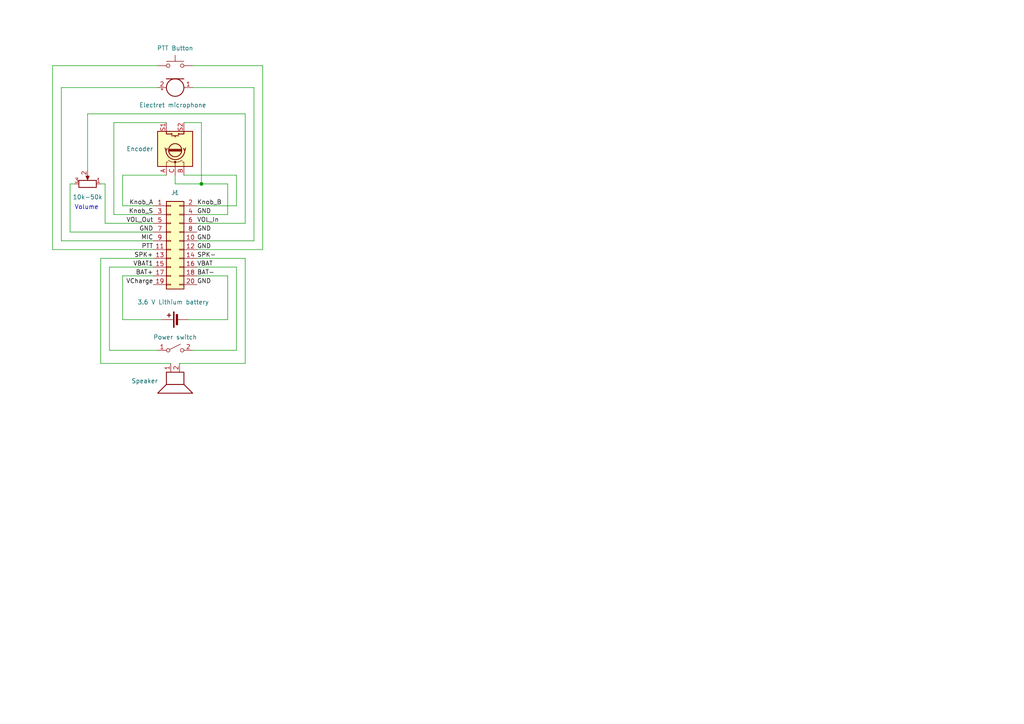
<source format=kicad_sch>
(kicad_sch (version 20230121) (generator eeschema)
  (paper "A4")
  (lib_symbols
    (symbol "Connector_Generic:Conn_02x10_Odd_Even" (pin_names (offset 1.016) hide)
      (property "Reference" "J" (at 1.27 12.7 0))
      (property "Value" "Conn_02x10_Odd_Even" (at 1.27 -15.24 0))
      (symbol "Conn_02x10_Odd_Even_1_1"
        (rectangle (start -1.27 -12.573) (end 0 -12.827) (stroke (width 0.1524)))
        (rectangle (start -1.27 -10.033) (end 0 -10.287) (stroke (width 0.1524)))
        (rectangle (start -1.27 -7.493) (end 0 -7.747) (stroke (width 0.1524)))
        (rectangle (start -1.27 -4.953) (end 0 -5.207) (stroke (width 0.1524)))
        (rectangle (start -1.27 -2.413) (end 0 -2.667) (stroke (width 0.1524)))
        (rectangle (start -1.27 0.127) (end 0 -0.127) (stroke (width 0.1524)))
        (rectangle (start -1.27 2.667) (end 0 2.413) (stroke (width 0.1524)))
        (rectangle (start -1.27 5.207) (end 0 4.953) (stroke (width 0.1524)))
        (rectangle (start -1.27 7.747) (end 0 7.493) (stroke (width 0.1524)))
        (rectangle (start -1.27 10.287) (end 0 10.033) (stroke (width 0.1524)))
        (rectangle (start -1.27 11.43) (end 3.81 -13.97) (stroke (width 0.254)) (fill (type background)))
        (rectangle (start 3.81 -12.573) (end 2.54 -12.827) (stroke (width 0.1524)))
        (rectangle (start 3.81 -10.033) (end 2.54 -10.287) (stroke (width 0.1524)))
        (rectangle (start 3.81 -7.493) (end 2.54 -7.747) (stroke (width 0.1524)))
        (rectangle (start 3.81 -4.953) (end 2.54 -5.207) (stroke (width 0.1524)))
        (rectangle (start 3.81 -2.413) (end 2.54 -2.667) (stroke (width 0.1524)))
        (rectangle (start 3.81 0.127) (end 2.54 -0.127) (stroke (width 0.1524)))
        (rectangle (start 3.81 2.667) (end 2.54 2.413) (stroke (width 0.1524)))
        (rectangle (start 3.81 5.207) (end 2.54 4.953) (stroke (width 0.1524)))
        (rectangle (start 3.81 7.747) (end 2.54 7.493) (stroke (width 0.1524)))
        (rectangle (start 3.81 10.287) (end 2.54 10.033) (stroke (width 0.1524)))
        (pin passive line (at -5.08 10.16 0) (length 3.81) (name "Pin_1") (number "1"))
        (pin passive line (at 7.62 0 180) (length 3.81) (name "Pin_10") (number "10"))
        (pin passive line (at -5.08 -2.54 0) (length 3.81) (name "Pin_11") (number "11"))
        (pin passive line (at 7.62 -2.54 180) (length 3.81) (name "Pin_12") (number "12"))
        (pin passive line (at -5.08 -5.08 0) (length 3.81) (name "Pin_13") (number "13"))
        (pin passive line (at 7.62 -5.08 180) (length 3.81) (name "Pin_14") (number "14"))
        (pin passive line (at -5.08 -7.62 0) (length 3.81) (name "Pin_15") (number "15"))
        (pin passive line (at 7.62 -7.62 180) (length 3.81) (name "Pin_16") (number "16"))
        (pin passive line (at -5.08 -10.16 0) (length 3.81) (name "Pin_17") (number "17"))
        (pin passive line (at 7.62 -10.16 180) (length 3.81) (name "Pin_18") (number "18"))
        (pin passive line (at -5.08 -12.7 0) (length 3.81) (name "Pin_19") (number "19"))
        (pin passive line (at 7.62 10.16 180) (length 3.81) (name "Pin_2") (number "2"))
        (pin passive line (at 7.62 -12.7 180) (length 3.81) (name "Pin_20") (number "20"))
        (pin passive line (at -5.08 7.62 0) (length 3.81) (name "Pin_3") (number "3"))
        (pin passive line (at 7.62 7.62 180) (length 3.81) (name "Pin_4") (number "4"))
        (pin passive line (at -5.08 5.08 0) (length 3.81) (name "Pin_5") (number "5"))
        (pin passive line (at 7.62 5.08 180) (length 3.81) (name "Pin_6") (number "6"))
        (pin passive line (at -5.08 2.54 0) (length 3.81) (name "Pin_7") (number "7"))
        (pin passive line (at 7.62 2.54 180) (length 3.81) (name "Pin_8") (number "8"))
        (pin passive line (at -5.08 0 0) (length 3.81) (name "Pin_9") (number "9"))
      )
    )
    (symbol "Device:Battery_Cell" (pin_numbers hide) (pin_names (offset 0) hide)
      (property "Reference" "BT" (at 2.54 2.54 0))
      (property "Value" "Battery_Cell" (at 2.54 0 0))
      (symbol "Battery_Cell_0_1"
        (rectangle (start -2.286 1.778) (end 2.286 1.524) (fill (type outline)))
        (rectangle (start -1.524 1.016) (end 1.524 0.508) (fill (type outline)))
        (polyline (pts (xy 0 0.762) (xy 0 0)))
        (polyline (pts (xy 0 1.778) (xy 0 2.54)))
        (polyline (pts (xy 0.762 3.048) (xy 1.778 3.048)) (stroke (width 0.254)))
        (polyline (pts (xy 1.27 3.556) (xy 1.27 2.54)) (stroke (width 0.254)))
      )
      (symbol "Battery_Cell_1_1"
        (pin passive line (at 0 5.08 270) (length 2.54) (name "+") (number "1"))
        (pin passive line (at 0 -2.54 90) (length 2.54) (name "-") (number "2"))
      )
    )
    (symbol "Device:Microphone" (pin_names (offset 0.0254) hide)
      (property "Reference" "MK" (at -3.81 1.27 0))
      (property "Value" "Microphone" (at -3.81 -0.635 0))
      (symbol "Microphone_0_1"
        (polyline (pts (xy -2.54 2.54) (xy -2.54 -2.54)) (stroke (width 0.254)))
        (polyline (pts (xy 0.254 3.81) (xy 0.762 3.81)))
        (polyline (pts (xy 0.508 4.064) (xy 0.508 3.556)))
        (circle (center 0 0) (radius 2.54) (stroke (width 0.254)))
      )
      (symbol "Microphone_1_1"
        (pin passive line (at 0 -5.08 90) (length 2.54) (name "-") (number "1"))
        (pin passive line (at 0 5.08 270) (length 2.54) (name "+") (number "2"))
      )
    )
    (symbol "Device:R_Potentiometer" (pin_names (offset 1.016) hide)
      (property "Reference" "RV" (at -4.445 0 90))
      (property "Value" "R_Potentiometer" (at -2.54 0 90))
      (symbol "R_Potentiometer_0_1"
        (polyline (pts (xy 2.54 0) (xy 1.524 0)))
        (polyline (pts (xy 1.143 0) (xy 2.286 0.508) (xy 2.286 -0.508) (xy 1.143 0)) (fill (type outline)))
        (rectangle (start 1.016 2.54) (end -1.016 -2.54) (stroke (width 0.254)))
      )
      (symbol "R_Potentiometer_1_1"
        (pin passive line (at 0 3.81 270) (length 1.27) (name "1") (number "1"))
        (pin passive line (at 3.81 0 180) (length 1.27) (name "2") (number "2"))
        (pin passive line (at 0 -3.81 90) (length 1.27) (name "3") (number "3"))
      )
    )
    (symbol "Device:RotaryEncoder_Switch" (pin_names (offset 0.254) hide)
      (property "Reference" "SW" (at 0 6.604 0))
      (property "Value" "RotaryEncoder_Switch" (at 0 -6.604 0))
      (symbol "RotaryEncoder_Switch_0_1"
        (rectangle (start -5.08 5.08) (end 5.08 -5.08) (stroke (width 0.254)) (fill (type background)))
        (circle (center -3.81 0) (radius 0.254) (fill (type outline)))
        (circle (center -0.381 0) (radius 1.905) (stroke (width 0.254)))
        (arc (start -0.381 2.667) (mid -3.0988 -0.0635) (end -0.381 -2.794) (stroke (width 0.254)))
        (polyline (pts (xy -0.635 -1.778) (xy -0.635 1.778)) (stroke (width 0.254)))
        (polyline (pts (xy -0.381 -1.778) (xy -0.381 1.778)) (stroke (width 0.254)))
        (polyline (pts (xy -0.127 1.778) (xy -0.127 -1.778)) (stroke (width 0.254)))
        (polyline (pts (xy 3.81 0) (xy 3.429 0)) (stroke (width 0.254)))
        (polyline (pts (xy 3.81 1.016) (xy 3.81 -1.016)) (stroke (width 0.254)))
        (polyline (pts (xy -5.08 -2.54) (xy -3.81 -2.54) (xy -3.81 -2.032)))
        (polyline (pts (xy -5.08 2.54) (xy -3.81 2.54) (xy -3.81 2.032)))
        (polyline (pts (xy 0.254 -3.048) (xy -0.508 -2.794) (xy 0.127 -2.413)) (stroke (width 0.254)))
        (polyline (pts (xy 0.254 2.921) (xy -0.508 2.667) (xy 0.127 2.286)) (stroke (width 0.254)))
        (polyline (pts (xy 5.08 -2.54) (xy 4.318 -2.54) (xy 4.318 -1.016)) (stroke (width 0.254)))
        (polyline (pts (xy 5.08 2.54) (xy 4.318 2.54) (xy 4.318 1.016)) (stroke (width 0.254)))
        (polyline (pts (xy -5.08 0) (xy -3.81 0) (xy -3.81 -1.016) (xy -3.302 -2.032)))
        (polyline (pts (xy -4.318 0) (xy -3.81 0) (xy -3.81 1.016) (xy -3.302 2.032)))
        (circle (center 4.318 -1.016) (radius 0.127) (stroke (width 0.254)))
        (circle (center 4.318 1.016) (radius 0.127) (stroke (width 0.254)))
      )
      (symbol "RotaryEncoder_Switch_1_1"
        (pin passive line (at -7.62 2.54 0) (length 2.54) (name "A") (number "A"))
        (pin passive line (at -7.62 -2.54 0) (length 2.54) (name "B") (number "B"))
        (pin passive line (at -7.62 0 0) (length 2.54) (name "C") (number "C"))
        (pin passive line (at 7.62 2.54 180) (length 2.54) (name "S1") (number "S1"))
        (pin passive line (at 7.62 -2.54 180) (length 2.54) (name "S2") (number "S2"))
      )
    )
    (symbol "Device:Speaker" (pin_names (offset 0) hide)
      (property "Reference" "LS" (at 1.27 5.715 0))
      (property "Value" "Speaker" (at 1.27 3.81 0))
      (symbol "Speaker_0_0"
        (rectangle (start -2.54 1.27) (end 1.016 -3.81) (stroke (width 0.254)))
        (polyline (pts (xy 1.016 1.27) (xy 3.556 3.81) (xy 3.556 -6.35) (xy 1.016 -3.81)) (stroke (width 0.254)))
      )
      (symbol "Speaker_1_1"
        (pin input line (at -5.08 0 0) (length 2.54) (name "1") (number "1"))
        (pin input line (at -5.08 -2.54 0) (length 2.54) (name "2") (number "2"))
      )
    )
    (symbol "Switch:SW_Push" (pin_numbers hide) (pin_names (offset 1.016) hide)
      (property "Reference" "SW" (at 1.27 2.54 0))
      (property "Value" "SW_Push" (at 0 -1.524 0))
      (symbol "SW_Push_0_1"
        (circle (center -2.032 0) (radius 0.508))
        (polyline (pts (xy 0 1.27) (xy 0 3.048)))
        (polyline (pts (xy 2.54 1.27) (xy -2.54 1.27)))
        (circle (center 2.032 0) (radius 0.508))
        (pin passive line (at -5.08 0 0) (length 2.54) (name "1") (number "1"))
        (pin passive line (at 5.08 0 180) (length 2.54) (name "2") (number "2"))
      )
    )
    (symbol "Switch:SW_SPST" (pin_names (offset 0) hide)
      (property "Reference" "SW" (at 0 3.175 0))
      (property "Value" "SW_SPST" (at 0 -2.54 0))
      (symbol "SW_SPST_0_0"
        (circle (center -2.032 0) (radius 0.508))
        (polyline (pts (xy -1.524 0.254) (xy 1.524 1.778)))
        (circle (center 2.032 0) (radius 0.508))
      )
      (symbol "SW_SPST_1_1"
        (pin passive line (at -5.08 0 0) (length 2.54) (name "A") (number "1"))
        (pin passive line (at 5.08 0 180) (length 2.54) (name "B") (number "2"))
      )
    )
  )
  (junction (at 58.42 53.34))
  (wire (pts (xy 66.04 80.01) (xy 57.15 80.01)))
  (wire (pts (xy 17.78 69.85) (xy 17.78 25.4)))
  (wire (pts (xy 44.45 62.23) (xy 33.02 62.23)))
  (wire (pts (xy 76.2 72.39) (xy 76.2 19.05)))
  (wire (pts (xy 35.56 59.69) (xy 44.45 59.69)))
  (wire (pts (xy 71.12 64.77) (xy 57.15 64.77)))
  (wire (pts (xy 35.56 59.69) (xy 35.56 50.8)))
  (wire (pts (xy 68.58 101.6) (xy 55.88 101.6)))
  (wire (pts (xy 68.58 77.47) (xy 68.58 101.6)))
  (wire (pts (xy 44.45 72.39) (xy 15.24 72.39)))
  (wire (pts (xy 44.45 77.47) (xy 31.75 77.47)))
  (wire (pts (xy 17.78 25.4) (xy 45.72 25.4)))
  (wire (pts (xy 57.15 72.39) (xy 76.2 72.39)))
  (wire (pts (xy 25.4 49.53) (xy 25.4 33.02)))
  (wire (pts (xy 35.56 92.71) (xy 35.56 80.01)))
  (wire (pts (xy 58.42 35.56) (xy 53.34 35.56)))
  (wire (pts (xy 20.32 53.34) (xy 20.32 67.31)))
  (wire (pts (xy 58.42 53.34) (xy 66.04 53.34)))
  (wire (pts (xy 58.42 53.34) (xy 50.8 53.34)))
  (wire (pts (xy 50.8 53.34) (xy 50.8 50.8)))
  (wire (pts (xy 29.21 105.41) (xy 29.21 74.93)))
  (wire (pts (xy 58.42 53.34) (xy 58.42 35.56)))
  (wire (pts (xy 33.02 62.23) (xy 33.02 35.56)))
  (wire (pts (xy 15.24 72.39) (xy 15.24 19.05)))
  (wire (pts (xy 15.24 19.05) (xy 45.72 19.05)))
  (wire (pts (xy 66.04 62.23) (xy 66.04 53.34)))
  (wire (pts (xy 52.07 105.41) (xy 71.12 105.41)))
  (wire (pts (xy 73.66 69.85) (xy 57.15 69.85)))
  (wire (pts (xy 20.32 53.34) (xy 21.59 53.34)))
  (wire (pts (xy 17.78 69.85) (xy 44.45 69.85)))
  (wire (pts (xy 35.56 80.01) (xy 44.45 80.01)))
  (wire (pts (xy 66.04 92.71) (xy 66.04 80.01)))
  (wire (pts (xy 44.45 64.77) (xy 30.48 64.77)))
  (wire (pts (xy 31.75 101.6) (xy 45.72 101.6)))
  (wire (pts (xy 68.58 50.8) (xy 53.34 50.8)))
  (wire (pts (xy 46.99 92.71) (xy 35.56 92.71)))
  (wire (pts (xy 57.15 77.47) (xy 68.58 77.47)))
  (wire (pts (xy 68.58 59.69) (xy 68.58 50.8)))
  (wire (pts (xy 57.15 62.23) (xy 66.04 62.23)))
  (wire (pts (xy 55.88 25.4) (xy 73.66 25.4)))
  (wire (pts (xy 30.48 53.34) (xy 29.21 53.34)))
  (wire (pts (xy 30.48 53.34) (xy 30.48 64.77)))
  (wire (pts (xy 71.12 33.02) (xy 71.12 64.77)))
  (wire (pts (xy 31.75 77.47) (xy 31.75 101.6)))
  (wire (pts (xy 20.32 67.31) (xy 44.45 67.31)))
  (wire (pts (xy 29.21 74.93) (xy 44.45 74.93)))
  (wire (pts (xy 76.2 19.05) (xy 55.88 19.05)))
  (wire (pts (xy 25.4 33.02) (xy 71.12 33.02)))
  (wire (pts (xy 71.12 74.93) (xy 57.15 74.93)))
  (wire (pts (xy 54.61 92.71) (xy 66.04 92.71)))
  (wire (pts (xy 71.12 105.41) (xy 71.12 74.93)))
  (wire (pts (xy 49.53 105.41) (xy 29.21 105.41)))
  (wire (pts (xy 33.02 35.56) (xy 48.26 35.56)))
  (wire (pts (xy 68.58 59.69) (xy 57.15 59.69)))
  (wire (pts (xy 35.56 50.8) (xy 48.26 50.8)))
  (wire (pts (xy 73.66 25.4) (xy 73.66 69.85)))
  (text "Volume" (at 21.59 60.96 0) (effects (font (size 1.27 1.27)) (justify left bottom)))
  (label "Knob_B" (at 57.15 59.69 0))
  (label "Knob_A" (at 44.45 59.69 180))
  (label "GND" (at 44.45 67.31 180))
  (label "GND" (at 57.15 62.23 0))
  (label "VBAT" (at 57.15 77.47 0))
  (label "VBAT1" (at 44.45 77.47 180))
  (label "VOL_In" (at 57.15 64.77 0))
  (label "PTT" (at 44.45 72.39 180))
  (label "BAT-" (at 57.15 80.01 0))
  (label "VOL_Out" (at 44.45 64.77 180))
  (label "GND" (at 57.15 82.55 0))
  (label "SPK-" (at 57.15 74.93 0))
  (label "GND" (at 57.15 69.85 0))
  (label "GND" (at 57.15 67.31 0))
  (label "BAT+" (at 44.45 80.01 180))
  (label "MIC" (at 44.45 69.85 180))
  (label "VCharge" (at 44.45 82.55 180))
  (label "Knob_S" (at 44.45 62.23 180))
  (label "SPK+" (at 44.45 74.93 180))
  (label "GND" (at 57.15 72.39 0))
  (symbol (lib_id "Device:RotaryEncoder_Switch") (at 50.8 43.18 90) (unit 1)
    (property "Reference" "SW1" (effects hide))
    (property "Value" "Encoder" (at 44.45 43.18 90) (effects (justify left)))
  )
  (symbol (lib_id "Device:Battery_Cell") (at 52.07 92.71 90) (unit 1)
    (property "Reference" "BT1" (effects hide))
    (property "Value" "3.6 V Lithium battery" (at 50.2285 87.63 90))
  )
  (symbol (lib_id "Switch:SW_SPST") (at 50.8 101.6 0) (unit 1)
    (property "Reference" "SW3" (effects hide))
    (property "Value" "Power switch" (at 50.8 97.79 0))
  )
  (symbol (lib_id "Device:R_Potentiometer") (at 25.4 53.34 270) (mirror x) (unit 1)
    (property "Reference" "RV1" (effects hide))
    (property "Value" "10k-50k" (at 25.4 57.15 90))
  )
  (symbol (lib_id "Device:Microphone") (at 50.8 25.4 90) (mirror x) (unit 1)
    (property "Reference" "MK1" (effects hide))
    (property "Value" "Electret microphone" (at 50.1015 30.48 90))
  )
  (symbol (lib_id "Connector_Generic:Conn_02x10_Odd_Even") (at 49.53 69.85 0) (unit 1)
    (property "Reference" "J1" (at 50.8 55.88 0))
    (property "Value" "~" (at 50.8 55.88 0))
    (property "Footprint" "Connector_PinHeader_2.54mm:PinHeader_2x10_P2.54mm_Vertical" (effects hide))
  )
  (symbol (lib_id "Switch:SW_Push") (at 50.8 19.05 0) (unit 1)
    (property "Reference" "SW2" (effects hide))
    (property "Value" "PTT Button" (at 50.8 13.97 0))
  )
  (symbol (lib_id "Device:Speaker") (at 49.53 110.49 90) (mirror x) (unit 1)
    (property "Reference" "LS1" (effects hide))
    (property "Value" "Speaker" (at 38.1 110.49 90) (effects (justify right)))
  )
)
</source>
